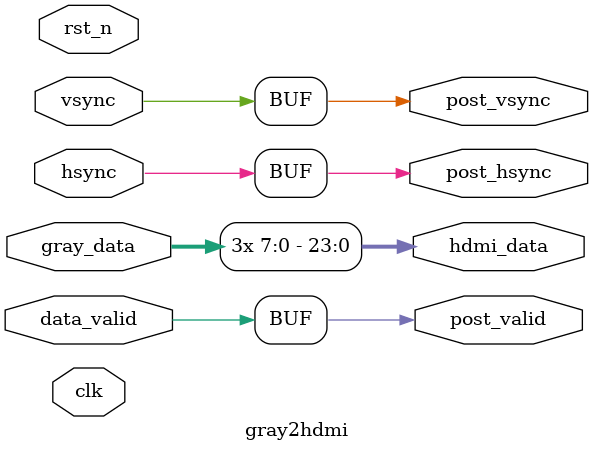
<source format=v>
`timescale 1ns / 1ps
module gray2hdmi(
  input   wire                   clk    , //system clock 50MHz
  input   wire                   rst_n  , //reset, low valid
  
  input   wire                   hsync,
  input   wire                   vsync,
  input   wire                   data_valid,
  input   wire      [7:0]        gray_data,
  
  output  wire                   post_hsync,
  output  wire                   post_vsync,
  output  wire                   post_valid,
  output  wire      [23:0]       hdmi_data
);
assign  post_hsync  =hsync;
assign  post_vsync  =vsync;
assign  post_valid  =data_valid;
assign  hdmi_data   ={3{gray_data}};

endmodule 
</source>
